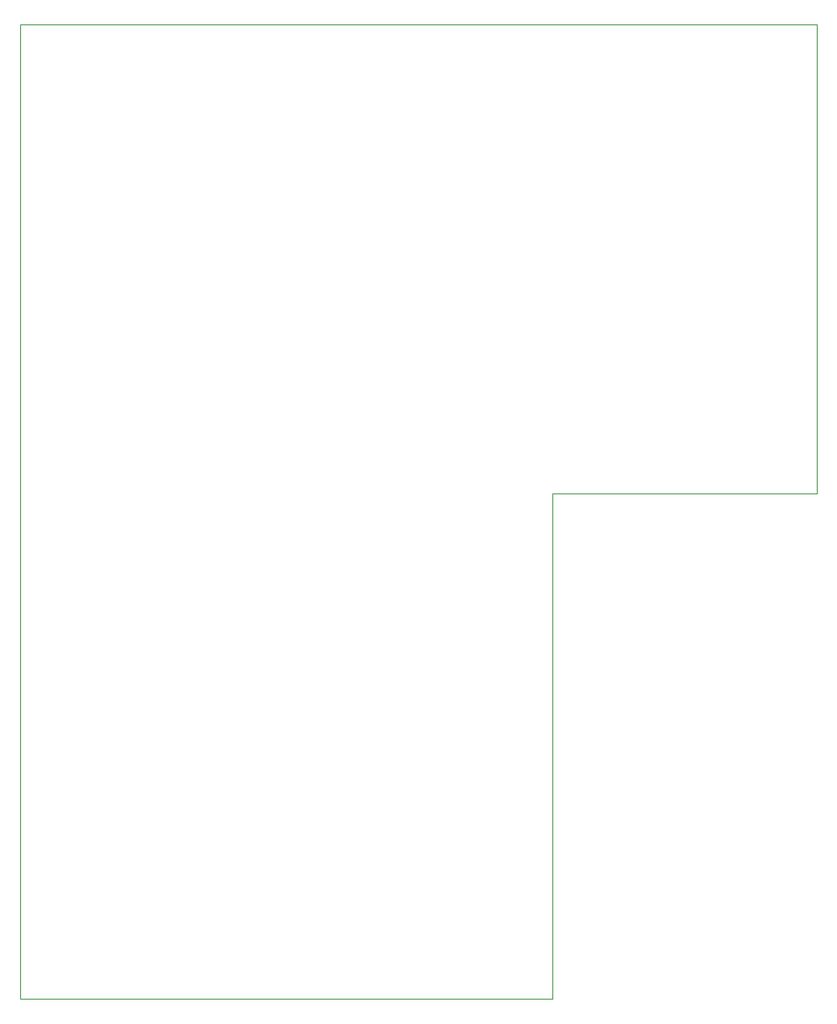
<source format=gko>
G04 Layer_Color=16711935*
%FSLAX25Y25*%
%MOIN*%
G70*
G01*
G75*
%ADD60C,0.00394*%
D60*
X210630Y200000D02*
X315354D01*
X210630Y0D02*
Y200000D01*
X315354D02*
Y385827D01*
X0Y0D02*
X210630D01*
X0D02*
Y385827D01*
X315354D01*
M02*

</source>
